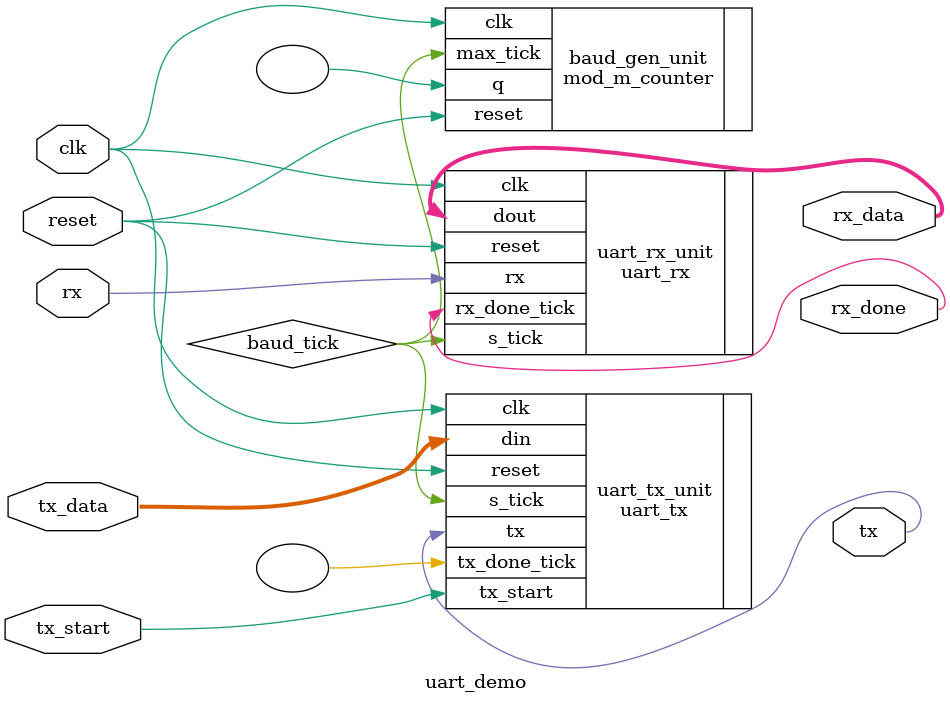
<source format=v>
`timescale 1ns / 1ps
module uart_demo
#(parameter	DBIT = 8,		// # data bits
				SB_TICK = 16,	// # ticks for stop bits 16/24/32 for 1/1.5/2 bits
				DVSR = 108,		// DVSR = clk / (16*baudrate)
				DVSR_BIT = 8	// # bits for DVSR (log(108)/log(2))
)
(
	input wire clk, reset,
	input wire rx,
	output wire tx,
	input wire [7:0] tx_data,
	output wire [7:0] rx_data,
	
	input wire tx_start,
	output wire rx_done
);

wire baud_tick;
//wire rx_done;
//wire [7:0] rx_data;

mod_m_counter #(.M(DVSR), .N(DVSR_BIT)) baud_gen_unit
	(.clk(clk),
	.reset(reset),
	.q(),
	.max_tick(baud_tick));

uart_tx #(.DBIT(DBIT), .SB_TICK(SB_TICK)) uart_tx_unit
	(.clk(clk),
	.reset(reset),
	.tx_start(tx_start),
	.s_tick(baud_tick),
	.din(tx_data),
	.tx_done_tick(),
	.tx(tx));

uart_rx #(.DBIT(DBIT), .SB_TICK(SB_TICK)) uart_rx_unit
	(.clk(clk),
	.reset(reset),
	.rx(rx),
	.s_tick(baud_tick),
	.rx_done_tick(rx_done),
	.dout(rx_data));

endmodule

</source>
